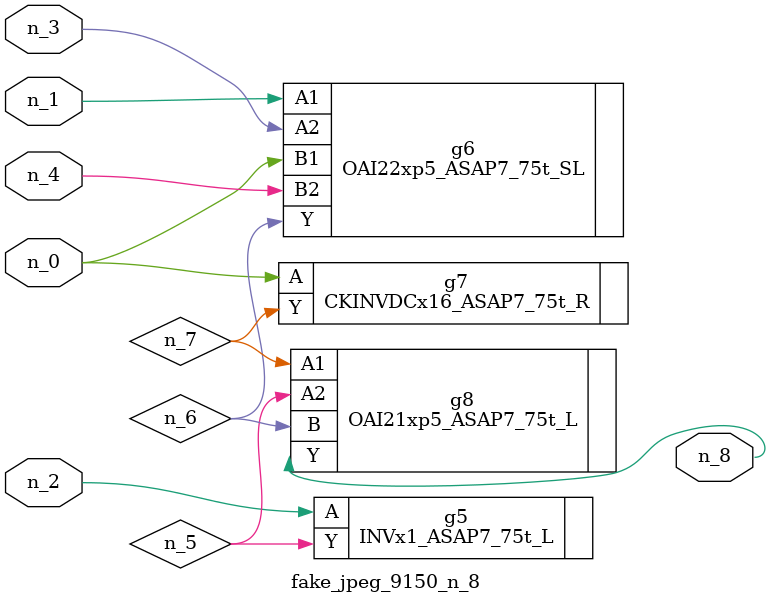
<source format=v>
module fake_jpeg_9150_n_8 (n_3, n_2, n_1, n_0, n_4, n_8);

input n_3;
input n_2;
input n_1;
input n_0;
input n_4;

output n_8;

wire n_6;
wire n_5;
wire n_7;

INVx1_ASAP7_75t_L g5 ( 
.A(n_2),
.Y(n_5)
);

OAI22xp5_ASAP7_75t_SL g6 ( 
.A1(n_1),
.A2(n_3),
.B1(n_0),
.B2(n_4),
.Y(n_6)
);

CKINVDCx16_ASAP7_75t_R g7 ( 
.A(n_0),
.Y(n_7)
);

OAI21xp5_ASAP7_75t_L g8 ( 
.A1(n_7),
.A2(n_5),
.B(n_6),
.Y(n_8)
);


endmodule
</source>
